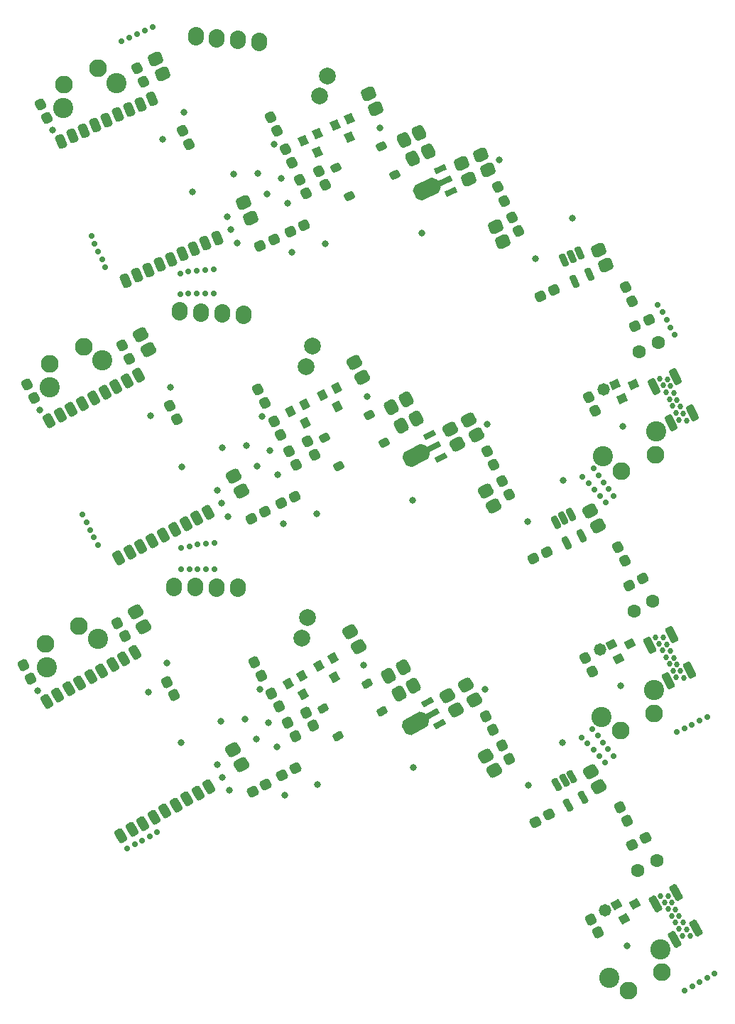
<source format=gbs>
G04*
G04 #@! TF.GenerationSoftware,Altium Limited,Altium Designer,21.7.2 (23)*
G04*
G04 Layer_Color=16711935*
%FSLAX25Y25*%
%MOIN*%
G70*
G04*
G04 #@! TF.SameCoordinates,4BFCC9AB-D371-4FE3-9C4A-9AD3909CC9B1*
G04*
G04*
G04 #@! TF.FilePolarity,Negative*
G04*
G01*
G75*
G04:AMPARAMS|DCode=70|XSize=59.18mil|YSize=67.06mil|CornerRadius=16.8mil|HoleSize=0mil|Usage=FLASHONLY|Rotation=205.000|XOffset=0mil|YOffset=0mil|HoleType=Round|Shape=RoundedRectangle|*
%AMROUNDEDRECTD70*
21,1,0.05918,0.03347,0,0,205.0*
21,1,0.02559,0.06706,0,0,205.0*
1,1,0.03359,-0.01867,0.00976*
1,1,0.03359,0.00453,0.02057*
1,1,0.03359,0.01867,-0.00976*
1,1,0.03359,-0.00453,-0.02057*
%
%ADD70ROUNDEDRECTD70*%
G04:AMPARAMS|DCode=72|XSize=59.18mil|YSize=67.06mil|CornerRadius=16.8mil|HoleSize=0mil|Usage=FLASHONLY|Rotation=207.000|XOffset=0mil|YOffset=0mil|HoleType=Round|Shape=RoundedRectangle|*
%AMROUNDEDRECTD72*
21,1,0.05918,0.03347,0,0,207.0*
21,1,0.02559,0.06706,0,0,207.0*
1,1,0.03359,-0.01900,0.00910*
1,1,0.03359,0.00380,0.02072*
1,1,0.03359,0.01900,-0.00910*
1,1,0.03359,-0.00380,-0.02072*
%
%ADD72ROUNDEDRECTD72*%
G04:AMPARAMS|DCode=74|XSize=59.18mil|YSize=67.06mil|CornerRadius=16.8mil|HoleSize=0mil|Usage=FLASHONLY|Rotation=209.000|XOffset=0mil|YOffset=0mil|HoleType=Round|Shape=RoundedRectangle|*
%AMROUNDEDRECTD74*
21,1,0.05918,0.03347,0,0,209.0*
21,1,0.02559,0.06706,0,0,209.0*
1,1,0.03359,-0.01930,0.00843*
1,1,0.03359,0.00308,0.02084*
1,1,0.03359,0.01930,-0.00843*
1,1,0.03359,-0.00308,-0.02084*
%
%ADD74ROUNDEDRECTD74*%
%ADD75C,0.02769*%
%ADD76C,0.02717*%
G04:AMPARAMS|DCode=77|XSize=38.58mil|YSize=78.74mil|CornerRadius=10.63mil|HoleSize=0mil|Usage=FLASHONLY|Rotation=25.000|XOffset=0mil|YOffset=0mil|HoleType=Round|Shape=RoundedRectangle|*
%AMROUNDEDRECTD77*
21,1,0.03858,0.05748,0,0,25.0*
21,1,0.01732,0.07874,0,0,25.0*
1,1,0.02126,0.02000,-0.02239*
1,1,0.02126,0.00430,-0.02971*
1,1,0.02126,-0.02000,0.02239*
1,1,0.02126,-0.00430,0.02971*
%
%ADD77ROUNDEDRECTD77*%
%ADD78C,0.09461*%
%ADD79C,0.08280*%
G04:AMPARAMS|DCode=80|XSize=74.93mil|YSize=86.74mil|CornerRadius=0mil|HoleSize=0mil|Usage=FLASHONLY|Rotation=175.000|XOffset=0mil|YOffset=0mil|HoleType=Round|Shape=Round|*
%AMOVALD80*
21,1,0.01181,0.07493,0.00000,0.00000,265.0*
1,1,0.07493,0.00052,0.00588*
1,1,0.07493,-0.00052,-0.00588*
%
%ADD80OVALD80*%

%ADD81C,0.06312*%
%ADD82C,0.07887*%
%ADD83C,0.03194*%
%ADD84C,0.05800*%
G04:AMPARAMS|DCode=85|XSize=38.58mil|YSize=78.74mil|CornerRadius=10.63mil|HoleSize=0mil|Usage=FLASHONLY|Rotation=27.000|XOffset=0mil|YOffset=0mil|HoleType=Round|Shape=RoundedRectangle|*
%AMROUNDEDRECTD85*
21,1,0.03858,0.05748,0,0,27.0*
21,1,0.01732,0.07874,0,0,27.0*
1,1,0.02126,0.02077,-0.02168*
1,1,0.02126,0.00533,-0.02954*
1,1,0.02126,-0.02077,0.02168*
1,1,0.02126,-0.00533,0.02954*
%
%ADD85ROUNDEDRECTD85*%
G04:AMPARAMS|DCode=86|XSize=74.93mil|YSize=86.74mil|CornerRadius=0mil|HoleSize=0mil|Usage=FLASHONLY|Rotation=177.000|XOffset=0mil|YOffset=0mil|HoleType=Round|Shape=Round|*
%AMOVALD86*
21,1,0.01181,0.07493,0.00000,0.00000,267.0*
1,1,0.07493,0.00031,0.00590*
1,1,0.07493,-0.00031,-0.00590*
%
%ADD86OVALD86*%

G04:AMPARAMS|DCode=87|XSize=38.58mil|YSize=78.74mil|CornerRadius=10.63mil|HoleSize=0mil|Usage=FLASHONLY|Rotation=29.000|XOffset=0mil|YOffset=0mil|HoleType=Round|Shape=RoundedRectangle|*
%AMROUNDEDRECTD87*
21,1,0.03858,0.05748,0,0,29.0*
21,1,0.01732,0.07874,0,0,29.0*
1,1,0.02126,0.02151,-0.02094*
1,1,0.02126,0.00636,-0.02934*
1,1,0.02126,-0.02151,0.02094*
1,1,0.02126,-0.00636,0.02934*
%
%ADD87ROUNDEDRECTD87*%
G04:AMPARAMS|DCode=88|XSize=74.93mil|YSize=86.74mil|CornerRadius=0mil|HoleSize=0mil|Usage=FLASHONLY|Rotation=179.000|XOffset=0mil|YOffset=0mil|HoleType=Round|Shape=Round|*
%AMOVALD88*
21,1,0.01181,0.07493,0.00000,0.00000,269.0*
1,1,0.07493,0.00010,0.00591*
1,1,0.07493,-0.00010,-0.00591*
%
%ADD88OVALD88*%

G04:AMPARAMS|DCode=89|XSize=51.31mil|YSize=47.37mil|CornerRadius=13.84mil|HoleSize=0mil|Usage=FLASHONLY|Rotation=295.000|XOffset=0mil|YOffset=0mil|HoleType=Round|Shape=RoundedRectangle|*
%AMROUNDEDRECTD89*
21,1,0.05131,0.01968,0,0,295.0*
21,1,0.02362,0.04737,0,0,295.0*
1,1,0.02769,-0.00393,-0.01486*
1,1,0.02769,-0.01391,0.00655*
1,1,0.02769,0.00393,0.01486*
1,1,0.02769,0.01391,-0.00655*
%
%ADD89ROUNDEDRECTD89*%
G04:AMPARAMS|DCode=90|XSize=31.62mil|YSize=63.12mil|CornerRadius=9.91mil|HoleSize=0mil|Usage=FLASHONLY|Rotation=25.000|XOffset=0mil|YOffset=0mil|HoleType=Round|Shape=RoundedRectangle|*
%AMROUNDEDRECTD90*
21,1,0.03162,0.04331,0,0,25.0*
21,1,0.01181,0.06312,0,0,25.0*
1,1,0.01981,0.01450,-0.01713*
1,1,0.01981,0.00380,-0.02212*
1,1,0.01981,-0.01450,0.01713*
1,1,0.01981,-0.00380,0.02212*
%
%ADD90ROUNDEDRECTD90*%
G04:AMPARAMS|DCode=91|XSize=39.5mil|YSize=43.43mil|CornerRadius=0mil|HoleSize=0mil|Usage=FLASHONLY|Rotation=295.000|XOffset=0mil|YOffset=0mil|HoleType=Round|Shape=Rectangle|*
%AMROTATEDRECTD91*
4,1,4,-0.02803,0.00872,0.01134,0.02708,0.02803,-0.00872,-0.01134,-0.02708,-0.02803,0.00872,0.0*
%
%ADD91ROTATEDRECTD91*%

G04:AMPARAMS|DCode=92|XSize=39.5mil|YSize=43.43mil|CornerRadius=0mil|HoleSize=0mil|Usage=FLASHONLY|Rotation=205.000|XOffset=0mil|YOffset=0mil|HoleType=Round|Shape=Rectangle|*
%AMROTATEDRECTD92*
4,1,4,0.00872,0.02803,0.02708,-0.01134,-0.00872,-0.02803,-0.02708,0.01134,0.00872,0.02803,0.0*
%
%ADD92ROTATEDRECTD92*%

G04:AMPARAMS|DCode=93|XSize=47.37mil|YSize=37.53mil|CornerRadius=6.95mil|HoleSize=0mil|Usage=FLASHONLY|Rotation=205.000|XOffset=0mil|YOffset=0mil|HoleType=Round|Shape=RoundedRectangle|*
%AMROUNDEDRECTD93*
21,1,0.04737,0.02362,0,0,205.0*
21,1,0.03347,0.03753,0,0,205.0*
1,1,0.01391,-0.02016,0.00363*
1,1,0.01391,0.01017,0.01778*
1,1,0.01391,0.02016,-0.00363*
1,1,0.01391,-0.01017,-0.01778*
%
%ADD93ROUNDEDRECTD93*%
G04:AMPARAMS|DCode=94|XSize=67.06mil|YSize=43.43mil|CornerRadius=12.86mil|HoleSize=0mil|Usage=FLASHONLY|Rotation=295.000|XOffset=0mil|YOffset=0mil|HoleType=Round|Shape=RoundedRectangle|*
%AMROUNDEDRECTD94*
21,1,0.06706,0.01772,0,0,295.0*
21,1,0.04134,0.04343,0,0,295.0*
1,1,0.02572,0.00071,-0.02248*
1,1,0.02572,-0.01676,0.01499*
1,1,0.02572,-0.00071,0.02248*
1,1,0.02572,0.01676,-0.01499*
%
%ADD94ROUNDEDRECTD94*%
G04:AMPARAMS|DCode=95|XSize=51.31mil|YSize=47.37mil|CornerRadius=13.84mil|HoleSize=0mil|Usage=FLASHONLY|Rotation=25.000|XOffset=0mil|YOffset=0mil|HoleType=Round|Shape=RoundedRectangle|*
%AMROUNDEDRECTD95*
21,1,0.05131,0.01968,0,0,25.0*
21,1,0.02362,0.04737,0,0,25.0*
1,1,0.02769,0.01486,-0.00393*
1,1,0.02769,-0.00655,-0.01391*
1,1,0.02769,-0.01486,0.00393*
1,1,0.02769,0.00655,0.01391*
%
%ADD95ROUNDEDRECTD95*%
G04:AMPARAMS|DCode=96|XSize=59.18mil|YSize=67.06mil|CornerRadius=16.8mil|HoleSize=0mil|Usage=FLASHONLY|Rotation=295.000|XOffset=0mil|YOffset=0mil|HoleType=Round|Shape=RoundedRectangle|*
%AMROUNDEDRECTD96*
21,1,0.05918,0.03347,0,0,295.0*
21,1,0.02559,0.06706,0,0,295.0*
1,1,0.03359,-0.00976,-0.01867*
1,1,0.03359,-0.02057,0.00453*
1,1,0.03359,0.00976,0.01867*
1,1,0.03359,0.02057,-0.00453*
%
%ADD96ROUNDEDRECTD96*%
G04:AMPARAMS|DCode=97|XSize=78.87mil|YSize=126.11mil|CornerRadius=0mil|HoleSize=0mil|Usage=FLASHONLY|Rotation=115.000|XOffset=0mil|YOffset=0mil|HoleType=Round|Shape=Octagon|*
%AMOCTAGOND97*
4,1,8,-0.04882,-0.04452,-0.06548,-0.00878,-0.05594,0.01742,0.02261,0.05405,0.04882,0.04452,0.06548,0.00878,0.05594,-0.01742,-0.02261,-0.05405,-0.04882,-0.04452,0.0*
%
%ADD97OCTAGOND97*%

G04:AMPARAMS|DCode=98|XSize=27.69mil|YSize=55.24mil|CornerRadius=0mil|HoleSize=0mil|Usage=FLASHONLY|Rotation=115.000|XOffset=0mil|YOffset=0mil|HoleType=Round|Shape=Rectangle|*
%AMROTATEDRECTD98*
4,1,4,0.03088,-0.00087,-0.01918,-0.02422,-0.03088,0.00087,0.01918,0.02422,0.03088,-0.00087,0.0*
%
%ADD98ROTATEDRECTD98*%

G04:AMPARAMS|DCode=99|XSize=27.69mil|YSize=70.99mil|CornerRadius=0mil|HoleSize=0mil|Usage=FLASHONLY|Rotation=115.000|XOffset=0mil|YOffset=0mil|HoleType=Round|Shape=Rectangle|*
%AMROTATEDRECTD99*
4,1,4,0.03802,0.00246,-0.02632,-0.02755,-0.03802,-0.00246,0.02632,0.02755,0.03802,0.00246,0.0*
%
%ADD99ROTATEDRECTD99*%

G04:AMPARAMS|DCode=100|XSize=51.31mil|YSize=47.37mil|CornerRadius=13.84mil|HoleSize=0mil|Usage=FLASHONLY|Rotation=297.000|XOffset=0mil|YOffset=0mil|HoleType=Round|Shape=RoundedRectangle|*
%AMROUNDEDRECTD100*
21,1,0.05131,0.01968,0,0,297.0*
21,1,0.02362,0.04737,0,0,297.0*
1,1,0.02769,-0.00341,-0.01499*
1,1,0.02769,-0.01413,0.00606*
1,1,0.02769,0.00341,0.01499*
1,1,0.02769,0.01413,-0.00606*
%
%ADD100ROUNDEDRECTD100*%
G04:AMPARAMS|DCode=101|XSize=31.62mil|YSize=63.12mil|CornerRadius=9.91mil|HoleSize=0mil|Usage=FLASHONLY|Rotation=27.000|XOffset=0mil|YOffset=0mil|HoleType=Round|Shape=RoundedRectangle|*
%AMROUNDEDRECTD101*
21,1,0.03162,0.04331,0,0,27.0*
21,1,0.01181,0.06312,0,0,27.0*
1,1,0.01981,0.01509,-0.01661*
1,1,0.01981,0.00457,-0.02197*
1,1,0.01981,-0.01509,0.01661*
1,1,0.01981,-0.00457,0.02197*
%
%ADD101ROUNDEDRECTD101*%
G04:AMPARAMS|DCode=102|XSize=39.5mil|YSize=43.43mil|CornerRadius=0mil|HoleSize=0mil|Usage=FLASHONLY|Rotation=297.000|XOffset=0mil|YOffset=0mil|HoleType=Round|Shape=Rectangle|*
%AMROTATEDRECTD102*
4,1,4,-0.02832,0.00774,0.01038,0.02745,0.02832,-0.00774,-0.01038,-0.02745,-0.02832,0.00774,0.0*
%
%ADD102ROTATEDRECTD102*%

G04:AMPARAMS|DCode=103|XSize=39.5mil|YSize=43.43mil|CornerRadius=0mil|HoleSize=0mil|Usage=FLASHONLY|Rotation=207.000|XOffset=0mil|YOffset=0mil|HoleType=Round|Shape=Rectangle|*
%AMROTATEDRECTD103*
4,1,4,0.00774,0.02832,0.02745,-0.01038,-0.00774,-0.02832,-0.02745,0.01038,0.00774,0.02832,0.0*
%
%ADD103ROTATEDRECTD103*%

G04:AMPARAMS|DCode=104|XSize=47.37mil|YSize=37.53mil|CornerRadius=6.95mil|HoleSize=0mil|Usage=FLASHONLY|Rotation=207.000|XOffset=0mil|YOffset=0mil|HoleType=Round|Shape=RoundedRectangle|*
%AMROUNDEDRECTD104*
21,1,0.04737,0.02362,0,0,207.0*
21,1,0.03347,0.03753,0,0,207.0*
1,1,0.01391,-0.02027,0.00293*
1,1,0.01391,0.00955,0.01812*
1,1,0.01391,0.02027,-0.00293*
1,1,0.01391,-0.00955,-0.01812*
%
%ADD104ROUNDEDRECTD104*%
G04:AMPARAMS|DCode=105|XSize=67.06mil|YSize=43.43mil|CornerRadius=12.86mil|HoleSize=0mil|Usage=FLASHONLY|Rotation=297.000|XOffset=0mil|YOffset=0mil|HoleType=Round|Shape=RoundedRectangle|*
%AMROUNDEDRECTD105*
21,1,0.06706,0.01772,0,0,297.0*
21,1,0.04134,0.04343,0,0,297.0*
1,1,0.02572,0.00149,-0.02244*
1,1,0.02572,-0.01728,0.01440*
1,1,0.02572,-0.00149,0.02244*
1,1,0.02572,0.01728,-0.01440*
%
%ADD105ROUNDEDRECTD105*%
G04:AMPARAMS|DCode=106|XSize=51.31mil|YSize=47.37mil|CornerRadius=13.84mil|HoleSize=0mil|Usage=FLASHONLY|Rotation=27.000|XOffset=0mil|YOffset=0mil|HoleType=Round|Shape=RoundedRectangle|*
%AMROUNDEDRECTD106*
21,1,0.05131,0.01968,0,0,27.0*
21,1,0.02362,0.04737,0,0,27.0*
1,1,0.02769,0.01499,-0.00341*
1,1,0.02769,-0.00606,-0.01413*
1,1,0.02769,-0.01499,0.00341*
1,1,0.02769,0.00606,0.01413*
%
%ADD106ROUNDEDRECTD106*%
G04:AMPARAMS|DCode=107|XSize=59.18mil|YSize=67.06mil|CornerRadius=16.8mil|HoleSize=0mil|Usage=FLASHONLY|Rotation=297.000|XOffset=0mil|YOffset=0mil|HoleType=Round|Shape=RoundedRectangle|*
%AMROUNDEDRECTD107*
21,1,0.05918,0.03347,0,0,297.0*
21,1,0.02559,0.06706,0,0,297.0*
1,1,0.03359,-0.00910,-0.01900*
1,1,0.03359,-0.02072,0.00380*
1,1,0.03359,0.00910,0.01900*
1,1,0.03359,0.02072,-0.00380*
%
%ADD107ROUNDEDRECTD107*%
G04:AMPARAMS|DCode=108|XSize=78.87mil|YSize=126.11mil|CornerRadius=0mil|HoleSize=0mil|Usage=FLASHONLY|Rotation=117.000|XOffset=0mil|YOffset=0mil|HoleType=Round|Shape=Octagon|*
%AMOCTAGOND108*
4,1,8,-0.04723,-0.04619,-0.06513,-0.01106,-0.05652,0.01546,0.02071,0.05481,0.04723,0.04619,0.06513,0.01106,0.05652,-0.01546,-0.02071,-0.05481,-0.04723,-0.04619,0.0*
%
%ADD108OCTAGOND108*%

G04:AMPARAMS|DCode=109|XSize=27.69mil|YSize=55.24mil|CornerRadius=0mil|HoleSize=0mil|Usage=FLASHONLY|Rotation=117.000|XOffset=0mil|YOffset=0mil|HoleType=Round|Shape=Rectangle|*
%AMROTATEDRECTD109*
4,1,4,0.03090,0.00021,-0.01833,-0.02487,-0.03090,-0.00021,0.01833,0.02487,0.03090,0.00021,0.0*
%
%ADD109ROTATEDRECTD109*%

G04:AMPARAMS|DCode=110|XSize=27.69mil|YSize=70.99mil|CornerRadius=0mil|HoleSize=0mil|Usage=FLASHONLY|Rotation=117.000|XOffset=0mil|YOffset=0mil|HoleType=Round|Shape=Rectangle|*
%AMROTATEDRECTD110*
4,1,4,0.03791,0.00378,-0.02534,-0.02845,-0.03791,-0.00378,0.02534,0.02845,0.03791,0.00378,0.0*
%
%ADD110ROTATEDRECTD110*%

G04:AMPARAMS|DCode=111|XSize=51.31mil|YSize=47.37mil|CornerRadius=13.84mil|HoleSize=0mil|Usage=FLASHONLY|Rotation=299.000|XOffset=0mil|YOffset=0mil|HoleType=Round|Shape=RoundedRectangle|*
%AMROUNDEDRECTD111*
21,1,0.05131,0.01968,0,0,299.0*
21,1,0.02362,0.04737,0,0,299.0*
1,1,0.02769,-0.00288,-0.01510*
1,1,0.02769,-0.01434,0.00556*
1,1,0.02769,0.00288,0.01510*
1,1,0.02769,0.01434,-0.00556*
%
%ADD111ROUNDEDRECTD111*%
G04:AMPARAMS|DCode=112|XSize=31.62mil|YSize=63.12mil|CornerRadius=9.91mil|HoleSize=0mil|Usage=FLASHONLY|Rotation=29.000|XOffset=0mil|YOffset=0mil|HoleType=Round|Shape=RoundedRectangle|*
%AMROUNDEDRECTD112*
21,1,0.03162,0.04331,0,0,29.0*
21,1,0.01181,0.06312,0,0,29.0*
1,1,0.01981,0.01566,-0.01608*
1,1,0.01981,0.00533,-0.02180*
1,1,0.01981,-0.01566,0.01608*
1,1,0.01981,-0.00533,0.02180*
%
%ADD112ROUNDEDRECTD112*%
G04:AMPARAMS|DCode=113|XSize=39.5mil|YSize=43.43mil|CornerRadius=0mil|HoleSize=0mil|Usage=FLASHONLY|Rotation=299.000|XOffset=0mil|YOffset=0mil|HoleType=Round|Shape=Rectangle|*
%AMROTATEDRECTD113*
4,1,4,-0.02857,0.00674,0.00942,0.02780,0.02857,-0.00674,-0.00942,-0.02780,-0.02857,0.00674,0.0*
%
%ADD113ROTATEDRECTD113*%

G04:AMPARAMS|DCode=114|XSize=39.5mil|YSize=43.43mil|CornerRadius=0mil|HoleSize=0mil|Usage=FLASHONLY|Rotation=209.000|XOffset=0mil|YOffset=0mil|HoleType=Round|Shape=Rectangle|*
%AMROTATEDRECTD114*
4,1,4,0.00674,0.02857,0.02780,-0.00942,-0.00674,-0.02857,-0.02780,0.00942,0.00674,0.02857,0.0*
%
%ADD114ROTATEDRECTD114*%

G04:AMPARAMS|DCode=115|XSize=47.37mil|YSize=37.53mil|CornerRadius=6.95mil|HoleSize=0mil|Usage=FLASHONLY|Rotation=209.000|XOffset=0mil|YOffset=0mil|HoleType=Round|Shape=RoundedRectangle|*
%AMROUNDEDRECTD115*
21,1,0.04737,0.02362,0,0,209.0*
21,1,0.03347,0.03753,0,0,209.0*
1,1,0.01391,-0.02036,0.00222*
1,1,0.01391,0.00891,0.01844*
1,1,0.01391,0.02036,-0.00222*
1,1,0.01391,-0.00891,-0.01844*
%
%ADD115ROUNDEDRECTD115*%
G04:AMPARAMS|DCode=116|XSize=67.06mil|YSize=43.43mil|CornerRadius=12.86mil|HoleSize=0mil|Usage=FLASHONLY|Rotation=299.000|XOffset=0mil|YOffset=0mil|HoleType=Round|Shape=RoundedRectangle|*
%AMROUNDEDRECTD116*
21,1,0.06706,0.01772,0,0,299.0*
21,1,0.04134,0.04343,0,0,299.0*
1,1,0.02572,0.00227,-0.02237*
1,1,0.02572,-0.01777,0.01378*
1,1,0.02572,-0.00227,0.02237*
1,1,0.02572,0.01777,-0.01378*
%
%ADD116ROUNDEDRECTD116*%
G04:AMPARAMS|DCode=117|XSize=51.31mil|YSize=47.37mil|CornerRadius=13.84mil|HoleSize=0mil|Usage=FLASHONLY|Rotation=29.000|XOffset=0mil|YOffset=0mil|HoleType=Round|Shape=RoundedRectangle|*
%AMROUNDEDRECTD117*
21,1,0.05131,0.01968,0,0,29.0*
21,1,0.02362,0.04737,0,0,29.0*
1,1,0.02769,0.01510,-0.00288*
1,1,0.02769,-0.00556,-0.01434*
1,1,0.02769,-0.01510,0.00288*
1,1,0.02769,0.00556,0.01434*
%
%ADD117ROUNDEDRECTD117*%
G04:AMPARAMS|DCode=118|XSize=59.18mil|YSize=67.06mil|CornerRadius=16.8mil|HoleSize=0mil|Usage=FLASHONLY|Rotation=299.000|XOffset=0mil|YOffset=0mil|HoleType=Round|Shape=RoundedRectangle|*
%AMROUNDEDRECTD118*
21,1,0.05918,0.03347,0,0,299.0*
21,1,0.02559,0.06706,0,0,299.0*
1,1,0.03359,-0.00843,-0.01930*
1,1,0.03359,-0.02084,0.00308*
1,1,0.03359,0.00843,0.01930*
1,1,0.03359,0.02084,-0.00308*
%
%ADD118ROUNDEDRECTD118*%
G04:AMPARAMS|DCode=119|XSize=78.87mil|YSize=126.11mil|CornerRadius=0mil|HoleSize=0mil|Usage=FLASHONLY|Rotation=119.000|XOffset=0mil|YOffset=0mil|HoleType=Round|Shape=Octagon|*
%AMOCTAGOND119*
4,1,8,-0.04559,-0.04781,-0.06471,-0.01333,-0.05702,0.01348,0.01879,0.05550,0.04559,0.04781,0.06471,0.01333,0.05702,-0.01348,-0.01879,-0.05550,-0.04559,-0.04781,0.0*
%
%ADD119OCTAGOND119*%

G04:AMPARAMS|DCode=120|XSize=27.69mil|YSize=55.24mil|CornerRadius=0mil|HoleSize=0mil|Usage=FLASHONLY|Rotation=119.000|XOffset=0mil|YOffset=0mil|HoleType=Round|Shape=Rectangle|*
%AMROTATEDRECTD120*
4,1,4,0.03087,0.00128,-0.01745,-0.02550,-0.03087,-0.00128,0.01745,0.02550,0.03087,0.00128,0.0*
%
%ADD120ROTATEDRECTD120*%

G04:AMPARAMS|DCode=121|XSize=27.69mil|YSize=70.99mil|CornerRadius=0mil|HoleSize=0mil|Usage=FLASHONLY|Rotation=119.000|XOffset=0mil|YOffset=0mil|HoleType=Round|Shape=Rectangle|*
%AMROTATEDRECTD121*
4,1,4,0.03776,0.00510,-0.02434,-0.02932,-0.03776,-0.00510,0.02434,0.02932,0.03776,0.00510,0.0*
%
%ADD121ROTATEDRECTD121*%

D70*
X228137Y422324D02*
D03*
X235274Y425652D02*
D03*
X223978Y431245D02*
D03*
X231114Y434572D02*
D03*
D72*
X222661Y296956D02*
D03*
X229677Y300531D02*
D03*
X218193Y305726D02*
D03*
X225208Y309301D02*
D03*
D74*
X221598Y171291D02*
D03*
X228484Y175109D02*
D03*
X216826Y179900D02*
D03*
X223713Y183717D02*
D03*
D75*
X77264Y386024D02*
D03*
X78839Y382382D02*
D03*
X80512Y378740D02*
D03*
X82284Y375098D02*
D03*
X83858Y371457D02*
D03*
X343209Y353740D02*
D03*
X345276Y350295D02*
D03*
X347342Y346752D02*
D03*
X349213Y343209D02*
D03*
X351181Y339764D02*
D03*
X366240Y160531D02*
D03*
X362697Y158760D02*
D03*
X359154Y156890D02*
D03*
X355610Y155020D02*
D03*
X351969Y153347D02*
D03*
X80413Y241142D02*
D03*
X78543Y244685D02*
D03*
X76772Y248228D02*
D03*
X75000Y251772D02*
D03*
X73130Y255315D02*
D03*
X91413Y477442D02*
D03*
X95079Y479134D02*
D03*
X98721Y480709D02*
D03*
X102362Y482382D02*
D03*
X106004Y484055D02*
D03*
X355881Y32166D02*
D03*
X359326Y34135D02*
D03*
X362870Y36005D02*
D03*
X366413Y37973D02*
D03*
X369858Y39942D02*
D03*
X108169Y106496D02*
D03*
X104724Y104527D02*
D03*
X101181Y102559D02*
D03*
X97638Y100689D02*
D03*
X94193Y98721D02*
D03*
X307283Y150787D02*
D03*
X310138Y147933D02*
D03*
X312992Y145079D02*
D03*
X315748Y142224D02*
D03*
X318406Y139173D02*
D03*
X322244Y142126D02*
D03*
X319882Y145374D02*
D03*
X317421Y148524D02*
D03*
X314961Y151673D02*
D03*
X312402Y154724D02*
D03*
X312992Y276969D02*
D03*
X315453Y273819D02*
D03*
X317815Y270571D02*
D03*
X320177Y267323D02*
D03*
X322539Y264075D02*
D03*
X318701Y261122D02*
D03*
X316043Y264173D02*
D03*
X313287Y267224D02*
D03*
X310630Y270177D02*
D03*
X307776Y273228D02*
D03*
X118898Y368504D02*
D03*
X122835Y369291D02*
D03*
X126772Y369685D02*
D03*
X130709Y370079D02*
D03*
X134646Y370472D02*
D03*
Y359055D02*
D03*
X130709D02*
D03*
X126772D02*
D03*
X122835D02*
D03*
X118898Y358661D02*
D03*
X119291Y229921D02*
D03*
X123228D02*
D03*
X127165D02*
D03*
X131102D02*
D03*
X135039D02*
D03*
Y242126D02*
D03*
X131102Y241732D02*
D03*
X127165Y241339D02*
D03*
X123228Y240551D02*
D03*
X119291Y239764D02*
D03*
D76*
X344139Y319163D02*
D03*
X347671Y318856D02*
D03*
X349168Y315644D02*
D03*
X347134Y312741D02*
D03*
X350666Y312433D02*
D03*
X348631Y309529D02*
D03*
X352163Y309222D02*
D03*
X350129Y306318D02*
D03*
X353661Y306010D02*
D03*
X351626Y303107D02*
D03*
X345636Y315952D02*
D03*
X356656Y299588D02*
D03*
X355158Y302799D02*
D03*
X353124Y299896D02*
D03*
X342192Y197907D02*
D03*
X345732Y197722D02*
D03*
X347341Y194565D02*
D03*
X345409Y191593D02*
D03*
X348950Y191408D02*
D03*
X347018Y188436D02*
D03*
X350558Y188251D02*
D03*
X348626Y185278D02*
D03*
X352167Y185094D02*
D03*
X350235Y182121D02*
D03*
X343801Y194750D02*
D03*
X355384Y178780D02*
D03*
X353776Y181937D02*
D03*
X351844Y178964D02*
D03*
X344513Y76474D02*
D03*
X348057Y76413D02*
D03*
X349775Y73314D02*
D03*
X347948Y70275D02*
D03*
X351493Y70215D02*
D03*
X349666Y67176D02*
D03*
X353211Y67116D02*
D03*
X351384Y64077D02*
D03*
X354929Y64017D02*
D03*
X353102Y60978D02*
D03*
X346231Y73374D02*
D03*
X358364Y57819D02*
D03*
X356647Y60918D02*
D03*
X354820Y57879D02*
D03*
D77*
X341343Y315471D02*
D03*
X349330Y298343D02*
D03*
X359535Y303102D02*
D03*
X351548Y320229D02*
D03*
D78*
X342368Y294315D02*
D03*
X317355Y282652D02*
D03*
X64069Y446208D02*
D03*
X89082Y457872D02*
D03*
X341289Y173012D02*
D03*
X316699Y160483D02*
D03*
X57859Y315100D02*
D03*
X82450Y327629D02*
D03*
X344479Y51562D02*
D03*
X320341Y38182D02*
D03*
X56263Y183672D02*
D03*
X80401Y197052D02*
D03*
D79*
X342033Y283343D02*
D03*
X325976Y275855D02*
D03*
X64404Y457181D02*
D03*
X80461Y464668D02*
D03*
X341337Y162034D02*
D03*
X325552Y153991D02*
D03*
X57811Y326078D02*
D03*
X73597Y334121D02*
D03*
X344911Y40593D02*
D03*
X329415Y32004D02*
D03*
X55832Y194641D02*
D03*
X71327Y203231D02*
D03*
D80*
X126220Y479729D02*
D03*
X136182Y478857D02*
D03*
X156106Y477114D02*
D03*
X146144Y477986D02*
D03*
D81*
X334325Y331746D02*
D03*
X343388Y335972D02*
D03*
X331945Y210139D02*
D03*
X340855Y214679D02*
D03*
X333845Y88341D02*
D03*
X342592Y93189D02*
D03*
D82*
X187886Y461096D02*
D03*
X184466Y451699D02*
D03*
X181081Y334300D02*
D03*
X177991Y324789D02*
D03*
X178740Y207160D02*
D03*
X175984Y197548D02*
D03*
D83*
X120677Y444219D02*
D03*
X110795Y431336D02*
D03*
X303109Y394296D02*
D03*
X163149Y428943D02*
D03*
X171458Y378518D02*
D03*
X186979Y382498D02*
D03*
X124671Y406657D02*
D03*
X326865Y296773D02*
D03*
X232468Y387419D02*
D03*
X143927Y415202D02*
D03*
X155296Y415508D02*
D03*
X212682Y436837D02*
D03*
X145594Y382748D02*
D03*
X166236Y413007D02*
D03*
X268630Y421658D02*
D03*
X285860Y375393D02*
D03*
X159871Y405695D02*
D03*
X169443Y401471D02*
D03*
X142682Y388992D02*
D03*
X140894Y395156D02*
D03*
X58975Y435753D02*
D03*
X114502Y315088D02*
D03*
X105076Y301868D02*
D03*
X298565Y271562D02*
D03*
X157481Y301304D02*
D03*
X167545Y251199D02*
D03*
X182917Y255718D02*
D03*
X119804Y277688D02*
D03*
X325710Y174927D02*
D03*
X228207Y262224D02*
D03*
X138750Y286899D02*
D03*
X150102Y287602D02*
D03*
X206708Y310921D02*
D03*
X141549Y254523D02*
D03*
X161122Y285485D02*
D03*
X263152Y297704D02*
D03*
X281986Y252068D02*
D03*
X155017Y277955D02*
D03*
X164730Y274067D02*
D03*
X138421Y260662D02*
D03*
X136419Y266760D02*
D03*
X53133Y304473D02*
D03*
X112871Y185636D02*
D03*
X103913Y172096D02*
D03*
X298342Y148561D02*
D03*
X156306Y173361D02*
D03*
X168112Y123638D02*
D03*
X183317Y128690D02*
D03*
X119476Y148445D02*
D03*
X328843Y52933D02*
D03*
X228352Y136773D02*
D03*
X138089Y158312D02*
D03*
X149409Y159410D02*
D03*
X205167Y184691D02*
D03*
X142016Y126053D02*
D03*
X160497Y157679D02*
D03*
X262038Y173451D02*
D03*
X282453Y128500D02*
D03*
X154658Y149941D02*
D03*
X164501Y146394D02*
D03*
X138676Y132079D02*
D03*
X136462Y138103D02*
D03*
X51911Y172887D02*
D03*
D84*
X317653Y314198D02*
D03*
X315896Y192020D02*
D03*
X318438Y69673D02*
D03*
D85*
X339527Y194119D02*
D03*
X348106Y177281D02*
D03*
X358139Y182393D02*
D03*
X349559Y199231D02*
D03*
D86*
X118802Y350769D02*
D03*
X128788Y350246D02*
D03*
X148761Y349199D02*
D03*
X138775Y349722D02*
D03*
D87*
X341981Y72595D02*
D03*
X351143Y56066D02*
D03*
X360991Y61525D02*
D03*
X351829Y78053D02*
D03*
D88*
X115924Y221446D02*
D03*
X125923Y221272D02*
D03*
X145919Y220923D02*
D03*
X135921Y221097D02*
D03*
D89*
X310684Y310513D02*
D03*
X313679Y304091D02*
D03*
X53318Y447884D02*
D03*
X56313Y441462D02*
D03*
X98692Y464698D02*
D03*
X101687Y458276D02*
D03*
X327942Y362001D02*
D03*
X330937Y355579D02*
D03*
X274675Y394721D02*
D03*
X277670Y388298D02*
D03*
X178197Y405987D02*
D03*
X175202Y412410D02*
D03*
X187118Y410147D02*
D03*
X184123Y416569D02*
D03*
X268020Y408993D02*
D03*
X271015Y402570D02*
D03*
X171542Y420260D02*
D03*
X168547Y426682D02*
D03*
X164471Y435424D02*
D03*
X161476Y441847D02*
D03*
X122906Y429074D02*
D03*
X119911Y435497D02*
D03*
D90*
X303885Y364684D02*
D03*
X306377Y378009D02*
D03*
X299212Y374668D02*
D03*
X311022Y368012D02*
D03*
X302795Y376339D02*
D03*
D91*
X326250Y309736D02*
D03*
X323089Y316515D02*
D03*
X331806Y316453D02*
D03*
D92*
X176587Y430866D02*
D03*
X183367Y434027D02*
D03*
X183305Y425310D02*
D03*
X191752Y437937D02*
D03*
X198531Y441099D02*
D03*
X198469Y432382D02*
D03*
D93*
X192133Y418024D02*
D03*
X198372Y404643D02*
D03*
X219781Y414627D02*
D03*
X213541Y428007D02*
D03*
D94*
X136236Y385117D02*
D03*
X130883Y382621D02*
D03*
X125531Y380125D02*
D03*
X120179Y377630D02*
D03*
X114827Y375134D02*
D03*
X109475Y372638D02*
D03*
X104122Y370142D02*
D03*
X98770Y367647D02*
D03*
X93418Y365151D02*
D03*
X105787Y450414D02*
D03*
X100435Y447918D02*
D03*
X95083Y445422D02*
D03*
X89731Y442927D02*
D03*
X84378Y440431D02*
D03*
X79026Y437935D02*
D03*
X73674Y435439D02*
D03*
X68322Y432943D02*
D03*
X62969Y430448D02*
D03*
D95*
X338891Y346907D02*
D03*
X332468Y343912D02*
D03*
X177170Y390956D02*
D03*
X170747Y387961D02*
D03*
X294359Y360894D02*
D03*
X287936Y357898D02*
D03*
X162898Y384300D02*
D03*
X156475Y381305D02*
D03*
D96*
X254297Y412803D02*
D03*
X250970Y419939D02*
D03*
X263218Y416962D02*
D03*
X259890Y424099D02*
D03*
X318800Y372291D02*
D03*
X315473Y379427D02*
D03*
X107439Y469229D02*
D03*
X110767Y462093D02*
D03*
X266896Y390442D02*
D03*
X270224Y383305D02*
D03*
X207395Y452834D02*
D03*
X210722Y445697D02*
D03*
X148751Y401596D02*
D03*
X152079Y394460D02*
D03*
D97*
X234793Y408052D02*
D03*
D98*
X246209Y406859D02*
D03*
X241217Y417563D02*
D03*
D99*
X243000Y411878D02*
D03*
D100*
X309059Y188095D02*
D03*
X312276Y181780D02*
D03*
X47056Y316400D02*
D03*
X50273Y310086D02*
D03*
X91815Y334787D02*
D03*
X95033Y328473D02*
D03*
X324510Y240154D02*
D03*
X327728Y233839D02*
D03*
X270134Y270994D02*
D03*
X273351Y264680D02*
D03*
X173321Y278886D02*
D03*
X170104Y285201D02*
D03*
X182091Y283355D02*
D03*
X178874Y289669D02*
D03*
X262984Y285025D02*
D03*
X266201Y278711D02*
D03*
X166172Y292918D02*
D03*
X162955Y299232D02*
D03*
X158576Y307827D02*
D03*
X155358Y314141D02*
D03*
X117258Y300030D02*
D03*
X114040Y306344D02*
D03*
D101*
X300374Y241995D02*
D03*
X302399Y255399D02*
D03*
X295356Y251810D02*
D03*
X307390Y245570D02*
D03*
X298878Y253605D02*
D03*
D102*
X324643Y187861D02*
D03*
X321247Y194526D02*
D03*
X329961Y194768D02*
D03*
D103*
X170844Y303694D02*
D03*
X177509Y307090D02*
D03*
X177751Y298376D02*
D03*
X185753Y311290D02*
D03*
X192418Y314686D02*
D03*
X192660Y305973D02*
D03*
D104*
X186828Y291402D02*
D03*
X193531Y278247D02*
D03*
X214578Y288972D02*
D03*
X207875Y302126D02*
D03*
D105*
X132114Y256564D02*
D03*
X126852Y253883D02*
D03*
X121590Y251202D02*
D03*
X116328Y248521D02*
D03*
X111066Y245840D02*
D03*
X105804Y243159D02*
D03*
X100542Y240478D02*
D03*
X95281Y237797D02*
D03*
X90019Y235116D02*
D03*
X99405Y320759D02*
D03*
X94143Y318078D02*
D03*
X88881Y315397D02*
D03*
X83619Y312716D02*
D03*
X78357Y310035D02*
D03*
X73096Y307354D02*
D03*
X67834Y304673D02*
D03*
X62572Y301992D02*
D03*
X57310Y299311D02*
D03*
D106*
X335979Y225450D02*
D03*
X329664Y222233D02*
D03*
X172819Y263828D02*
D03*
X166505Y260611D02*
D03*
X290986Y237874D02*
D03*
X284671Y234657D02*
D03*
X158788Y256679D02*
D03*
X152474Y253462D02*
D03*
D107*
X249137Y288354D02*
D03*
X245562Y295370D02*
D03*
X257907Y292822D02*
D03*
X254332Y299838D02*
D03*
X315015Y250118D02*
D03*
X311440Y257133D02*
D03*
X100399Y339620D02*
D03*
X103974Y332605D02*
D03*
X262509Y266446D02*
D03*
X266084Y259430D02*
D03*
X200866Y326723D02*
D03*
X204441Y319708D02*
D03*
X144046Y273470D02*
D03*
X147621Y266454D02*
D03*
D108*
X229810Y282925D02*
D03*
D109*
X241261Y282131D02*
D03*
X235899Y292655D02*
D03*
D110*
X237878Y287036D02*
D03*
D111*
X311742Y65511D02*
D03*
X315178Y59313D02*
D03*
X45421Y184594D02*
D03*
X48857Y178396D02*
D03*
X89512Y204533D02*
D03*
X92947Y198334D02*
D03*
X325367Y118077D02*
D03*
X328803Y111879D02*
D03*
X269948Y147001D02*
D03*
X273383Y140803D02*
D03*
X172919Y151510D02*
D03*
X169483Y157708D02*
D03*
X181527Y156282D02*
D03*
X178092Y162480D02*
D03*
X262313Y160775D02*
D03*
X265749Y154577D02*
D03*
X165284Y165284D02*
D03*
X161848Y171482D02*
D03*
X157172Y179918D02*
D03*
X153736Y186116D02*
D03*
X116151Y170684D02*
D03*
X112716Y176882D02*
D03*
D112*
X301182Y119076D02*
D03*
X302738Y132542D02*
D03*
X295824Y128709D02*
D03*
X308069Y122893D02*
D03*
X299281Y130626D02*
D03*
D113*
X327325Y65821D02*
D03*
X323699Y72364D02*
D03*
X332399Y72910D02*
D03*
D114*
X169577Y176216D02*
D03*
X176120Y179843D02*
D03*
X176666Y171143D02*
D03*
X184212Y184328D02*
D03*
X190754Y187955D02*
D03*
X191300Y179255D02*
D03*
D115*
X185980Y164490D02*
D03*
X193138Y151577D02*
D03*
X213798Y163029D02*
D03*
X206641Y175942D02*
D03*
D116*
X132515Y127764D02*
D03*
X127350Y124901D02*
D03*
X122185Y122038D02*
D03*
X117020Y119175D02*
D03*
X111855Y116312D02*
D03*
X106690Y113449D02*
D03*
X101525Y110585D02*
D03*
X96360Y107722D02*
D03*
X91195Y104859D02*
D03*
X97586Y190778D02*
D03*
X92421Y187915D02*
D03*
X87256Y185052D02*
D03*
X82091Y182188D02*
D03*
X76926Y179325D02*
D03*
X71761Y176462D02*
D03*
X66596Y173599D02*
D03*
X61431Y170736D02*
D03*
X56265Y167873D02*
D03*
D117*
X337342Y103784D02*
D03*
X331144Y100348D02*
D03*
X172943Y136444D02*
D03*
X166745Y133008D02*
D03*
X291943Y114629D02*
D03*
X285745Y111194D02*
D03*
X159169Y128809D02*
D03*
X152971Y125373D02*
D03*
D118*
X248358Y163618D02*
D03*
X244541Y170504D02*
D03*
X256966Y168389D02*
D03*
X253149Y175276D02*
D03*
X315530Y127704D02*
D03*
X311713Y134591D02*
D03*
X97921Y209662D02*
D03*
X101739Y202776D02*
D03*
X262486Y142190D02*
D03*
X266304Y135303D02*
D03*
X198777Y200279D02*
D03*
X202594Y193393D02*
D03*
X143851Y145076D02*
D03*
X147668Y138189D02*
D03*
D119*
X229233Y157518D02*
D03*
D120*
X240704Y157124D02*
D03*
X234978Y167454D02*
D03*
D121*
X237152Y161908D02*
D03*
M02*

</source>
